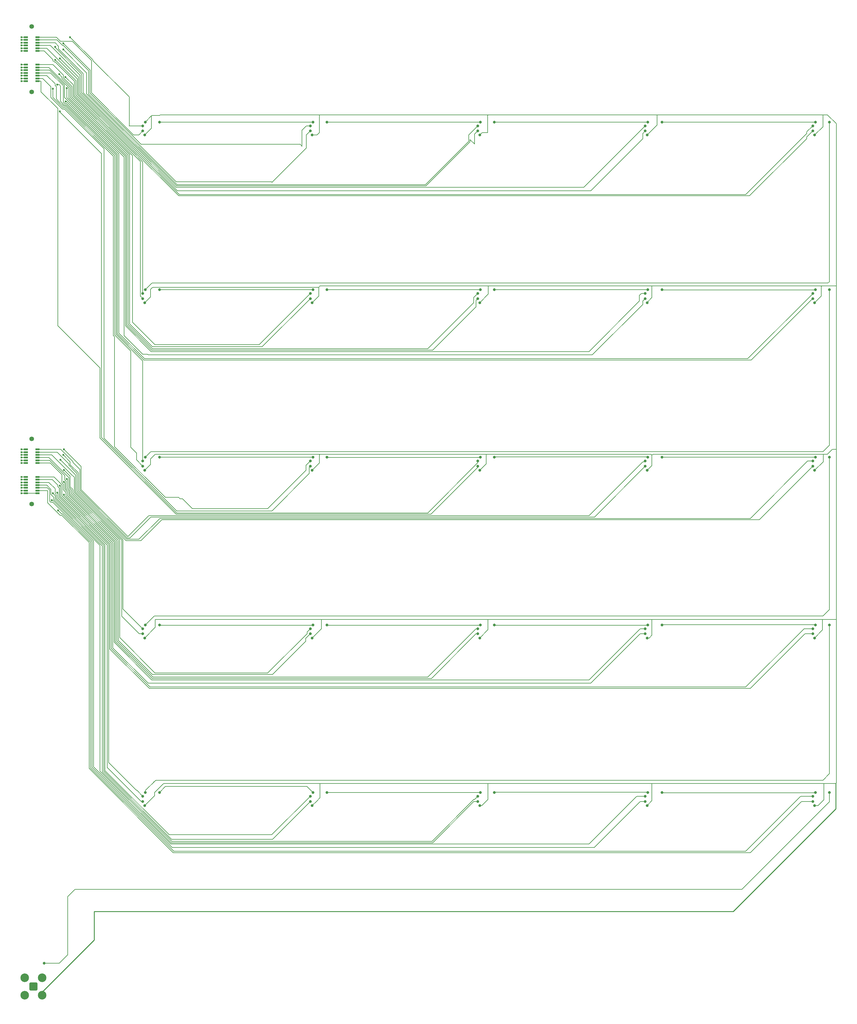
<source format=gbr>
%TF.GenerationSoftware,KiCad,Pcbnew,8.0.2-1*%
%TF.CreationDate,2024-10-14T18:52:49-04:00*%
%TF.ProjectId,OddLayers_1.3mm_SiPM,4f64644c-6179-4657-9273-5f312e336d6d,rev?*%
%TF.SameCoordinates,Original*%
%TF.FileFunction,Copper,L4,Bot*%
%TF.FilePolarity,Positive*%
%FSLAX46Y46*%
G04 Gerber Fmt 4.6, Leading zero omitted, Abs format (unit mm)*
G04 Created by KiCad (PCBNEW 8.0.2-1) date 2024-10-14 18:52:49*
%MOMM*%
%LPD*%
G01*
G04 APERTURE LIST*
G04 Aperture macros list*
%AMRoundRect*
0 Rectangle with rounded corners*
0 $1 Rounding radius*
0 $2 $3 $4 $5 $6 $7 $8 $9 X,Y pos of 4 corners*
0 Add a 4 corners polygon primitive as box body*
4,1,4,$2,$3,$4,$5,$6,$7,$8,$9,$2,$3,0*
0 Add four circle primitives for the rounded corners*
1,1,$1+$1,$2,$3*
1,1,$1+$1,$4,$5*
1,1,$1+$1,$6,$7*
1,1,$1+$1,$8,$9*
0 Add four rect primitives between the rounded corners*
20,1,$1+$1,$2,$3,$4,$5,0*
20,1,$1+$1,$4,$5,$6,$7,0*
20,1,$1+$1,$6,$7,$8,$9,0*
20,1,$1+$1,$8,$9,$2,$3,0*%
G04 Aperture macros list end*
%TA.AperFunction,ComponentPad*%
%ADD10C,0.800000*%
%TD*%
%TA.AperFunction,ComponentPad*%
%ADD11RoundRect,0.200100X0.949900X-0.949900X0.949900X0.949900X-0.949900X0.949900X-0.949900X-0.949900X0*%
%TD*%
%TA.AperFunction,ComponentPad*%
%ADD12C,2.500000*%
%TD*%
%TA.AperFunction,SMDPad,CuDef*%
%ADD13R,1.200000X0.500000*%
%TD*%
%TA.AperFunction,ComponentPad*%
%ADD14C,1.348000*%
%TD*%
%TA.AperFunction,ViaPad*%
%ADD15C,0.600000*%
%TD*%
%TA.AperFunction,ViaPad*%
%ADD16C,0.800000*%
%TD*%
%TA.AperFunction,Conductor*%
%ADD17C,0.200000*%
%TD*%
%TA.AperFunction,Conductor*%
%ADD18C,0.250000*%
%TD*%
G04 APERTURE END LIST*
D10*
%TO.P,REF\u002A\u002A34,5*%
%TO.N,N/C*%
X298300000Y-165900000D03*
%TO.P,REF\u002A\u002A34,6*%
X302400000Y-165900000D03*
%TO.P,REF\u002A\u002A34,7*%
%TO.N,K14*%
X297550000Y-167000000D03*
%TO.P,REF\u002A\u002A34,8*%
%TO.N,A14*%
X297550000Y-168500000D03*
%TO.P,REF\u002A\u002A34,9*%
%TO.N,GND*%
X298100000Y-169700000D03*
%TD*%
%TO.P,REF\u002A\u002A40,5*%
%TO.N,N/C*%
X103100000Y-263500000D03*
%TO.P,REF\u002A\u002A40,6*%
X107200000Y-263500000D03*
%TO.P,REF\u002A\u002A40,7*%
%TO.N,K20*%
X102350000Y-264600000D03*
%TO.P,REF\u002A\u002A40,8*%
%TO.N,A20*%
X102350000Y-266100000D03*
%TO.P,REF\u002A\u002A40,9*%
%TO.N,GND*%
X102900000Y-267300000D03*
%TD*%
%TO.P,REF\u002A\u002A30,5*%
%TO.N,N/C*%
X103100000Y-165900000D03*
%TO.P,REF\u002A\u002A30,6*%
X107200000Y-165900000D03*
%TO.P,REF\u002A\u002A30,7*%
%TO.N,K10*%
X102350000Y-167000000D03*
%TO.P,REF\u002A\u002A30,8*%
%TO.N,A10*%
X102350000Y-168500000D03*
%TO.P,REF\u002A\u002A30,9*%
%TO.N,GND*%
X102900000Y-169700000D03*
%TD*%
%TO.P,REF\u002A\u002A24,5*%
%TO.N,N/C*%
X298300000Y-68300000D03*
%TO.P,REF\u002A\u002A24,6*%
X302400000Y-68300000D03*
%TO.P,REF\u002A\u002A24,7*%
%TO.N,K4*%
X297550000Y-69400000D03*
%TO.P,REF\u002A\u002A24,8*%
%TO.N,A4*%
X297550000Y-70900000D03*
%TO.P,REF\u002A\u002A24,9*%
%TO.N,GND*%
X298100000Y-72100000D03*
%TD*%
%TO.P,REF\u002A\u002A43,5*%
%TO.N,N/C*%
X249500000Y-263500000D03*
%TO.P,REF\u002A\u002A43,6*%
X253600000Y-263500000D03*
%TO.P,REF\u002A\u002A43,7*%
%TO.N,K23*%
X248750000Y-264600000D03*
%TO.P,REF\u002A\u002A43,8*%
%TO.N,A23*%
X248750000Y-266100000D03*
%TO.P,REF\u002A\u002A43,9*%
%TO.N,GND*%
X249300000Y-267300000D03*
%TD*%
%TO.P,REF\u002A\u002A38,5*%
%TO.N,N/C*%
X249500000Y-214700000D03*
%TO.P,REF\u002A\u002A38,6*%
X253600000Y-214700000D03*
%TO.P,REF\u002A\u002A38,7*%
%TO.N,K18*%
X248750000Y-215800000D03*
%TO.P,REF\u002A\u002A38,8*%
%TO.N,A18*%
X248750000Y-217300000D03*
%TO.P,REF\u002A\u002A38,9*%
%TO.N,GND*%
X249300000Y-218500000D03*
%TD*%
%TO.P,REF\u002A\u002A22,5*%
%TO.N,N/C*%
X200700000Y-68300000D03*
%TO.P,REF\u002A\u002A22,6*%
X204800000Y-68300000D03*
%TO.P,REF\u002A\u002A22,7*%
%TO.N,K2*%
X199950000Y-69400000D03*
%TO.P,REF\u002A\u002A22,8*%
%TO.N,A2*%
X199950000Y-70900000D03*
%TO.P,REF\u002A\u002A22,9*%
%TO.N,GND*%
X200500000Y-72100000D03*
%TD*%
%TO.P,REF\u002A\u002A28,5*%
%TO.N,N/C*%
X249500000Y-117100000D03*
%TO.P,REF\u002A\u002A28,6*%
X253600000Y-117100000D03*
%TO.P,REF\u002A\u002A28,7*%
%TO.N,K8*%
X248750000Y-118200000D03*
%TO.P,REF\u002A\u002A28,8*%
%TO.N,A8*%
X248750000Y-119700000D03*
%TO.P,REF\u002A\u002A28,9*%
%TO.N,GND*%
X249300000Y-120900000D03*
%TD*%
%TO.P,REF\u002A\u002A23,5*%
%TO.N,N/C*%
X249500000Y-68300000D03*
%TO.P,REF\u002A\u002A23,6*%
X253600000Y-68300000D03*
%TO.P,REF\u002A\u002A23,7*%
%TO.N,K3*%
X248750000Y-69400000D03*
%TO.P,REF\u002A\u002A23,8*%
%TO.N,A3*%
X248750000Y-70900000D03*
%TO.P,REF\u002A\u002A23,9*%
%TO.N,GND*%
X249300000Y-72100000D03*
%TD*%
%TO.P,REF\u002A\u002A32,5*%
%TO.N,N/C*%
X200700000Y-165900000D03*
%TO.P,REF\u002A\u002A32,6*%
X204800000Y-165900000D03*
%TO.P,REF\u002A\u002A32,7*%
%TO.N,K12*%
X199950000Y-167000000D03*
%TO.P,REF\u002A\u002A32,8*%
%TO.N,A12*%
X199950000Y-168500000D03*
%TO.P,REF\u002A\u002A32,9*%
%TO.N,GND*%
X200500000Y-169700000D03*
%TD*%
%TO.P,REF\u002A\u002A44,5*%
%TO.N,N/C*%
X298300000Y-263500000D03*
%TO.P,REF\u002A\u002A44,6*%
%TO.N,LED_input_after_resistor*%
X302400000Y-263500000D03*
%TO.P,REF\u002A\u002A44,7*%
%TO.N,K24*%
X297550000Y-264600000D03*
%TO.P,REF\u002A\u002A44,8*%
%TO.N,A24*%
X297550000Y-266100000D03*
%TO.P,REF\u002A\u002A44,9*%
%TO.N,GND*%
X298100000Y-267300000D03*
%TD*%
%TO.P,REF\u002A\u002A26,5*%
%TO.N,N/C*%
X151900000Y-117100000D03*
%TO.P,REF\u002A\u002A26,6*%
X156000000Y-117100000D03*
%TO.P,REF\u002A\u002A26,7*%
%TO.N,K6*%
X151150000Y-118200000D03*
%TO.P,REF\u002A\u002A26,8*%
%TO.N,A6*%
X151150000Y-119700000D03*
%TO.P,REF\u002A\u002A26,9*%
%TO.N,GND*%
X151700000Y-120900000D03*
%TD*%
%TO.P,REF\u002A\u002A36,5*%
%TO.N,N/C*%
X151900000Y-214700000D03*
%TO.P,REF\u002A\u002A36,6*%
X156000000Y-214700000D03*
%TO.P,REF\u002A\u002A36,7*%
%TO.N,K16*%
X151150000Y-215800000D03*
%TO.P,REF\u002A\u002A36,8*%
%TO.N,A16*%
X151150000Y-217300000D03*
%TO.P,REF\u002A\u002A36,9*%
%TO.N,GND*%
X151700000Y-218500000D03*
%TD*%
%TO.P,REF\u002A\u002A20,5*%
%TO.N,GND*%
X103100000Y-68300000D03*
%TO.P,REF\u002A\u002A20,6*%
%TO.N,N/C*%
X107200000Y-68300000D03*
%TO.P,REF\u002A\u002A20,7*%
%TO.N,K0*%
X102350000Y-69400000D03*
%TO.P,REF\u002A\u002A20,8*%
%TO.N,A0*%
X102350000Y-70900000D03*
%TO.P,REF\u002A\u002A20,9*%
%TO.N,GND*%
X102900000Y-72100000D03*
%TD*%
%TO.P,REF\u002A\u002A25,5*%
%TO.N,N/C*%
X103100000Y-117100000D03*
%TO.P,REF\u002A\u002A25,6*%
X107200000Y-117100000D03*
%TO.P,REF\u002A\u002A25,7*%
%TO.N,K5*%
X102350000Y-118200000D03*
%TO.P,REF\u002A\u002A25,8*%
%TO.N,A5*%
X102350000Y-119700000D03*
%TO.P,REF\u002A\u002A25,9*%
%TO.N,GND*%
X102900000Y-120900000D03*
%TD*%
%TO.P,REF\u002A\u002A37,5*%
%TO.N,N/C*%
X200700000Y-214700000D03*
%TO.P,REF\u002A\u002A37,6*%
X204800000Y-214700000D03*
%TO.P,REF\u002A\u002A37,7*%
%TO.N,K17*%
X199950000Y-215800000D03*
%TO.P,REF\u002A\u002A37,8*%
%TO.N,A17*%
X199950000Y-217300000D03*
%TO.P,REF\u002A\u002A37,9*%
%TO.N,GND*%
X200500000Y-218500000D03*
%TD*%
%TO.P,REF\u002A\u002A31,5*%
%TO.N,N/C*%
X151900000Y-165900000D03*
%TO.P,REF\u002A\u002A31,6*%
X156000000Y-165900000D03*
%TO.P,REF\u002A\u002A31,7*%
%TO.N,K11*%
X151150000Y-167000000D03*
%TO.P,REF\u002A\u002A31,8*%
%TO.N,A11*%
X151150000Y-168500000D03*
%TO.P,REF\u002A\u002A31,9*%
%TO.N,GND*%
X151700000Y-169700000D03*
%TD*%
%TO.P,REF\u002A\u002A27,5*%
%TO.N,N/C*%
X200700000Y-117100000D03*
%TO.P,REF\u002A\u002A27,6*%
X204800000Y-117100000D03*
%TO.P,REF\u002A\u002A27,7*%
%TO.N,K7*%
X199950000Y-118200000D03*
%TO.P,REF\u002A\u002A27,8*%
%TO.N,A7*%
X199950000Y-119700000D03*
%TO.P,REF\u002A\u002A27,9*%
%TO.N,GND*%
X200500000Y-120900000D03*
%TD*%
%TO.P,REF\u002A\u002A41,5*%
%TO.N,N/C*%
X151900000Y-263500000D03*
%TO.P,REF\u002A\u002A41,6*%
X156000000Y-263500000D03*
%TO.P,REF\u002A\u002A41,7*%
%TO.N,K21*%
X151150000Y-264600000D03*
%TO.P,REF\u002A\u002A41,8*%
%TO.N,A21*%
X151150000Y-266100000D03*
%TO.P,REF\u002A\u002A41,9*%
%TO.N,GND*%
X151700000Y-267300000D03*
%TD*%
%TO.P,REF\u002A\u002A29,5*%
%TO.N,N/C*%
X298300000Y-117100000D03*
%TO.P,REF\u002A\u002A29,6*%
X302400000Y-117100000D03*
%TO.P,REF\u002A\u002A29,7*%
%TO.N,K9*%
X297550000Y-118200000D03*
%TO.P,REF\u002A\u002A29,8*%
%TO.N,A9*%
X297550000Y-119700000D03*
%TO.P,REF\u002A\u002A29,9*%
%TO.N,GND*%
X298100000Y-120900000D03*
%TD*%
D11*
%TO.P,REF\u002A\u002A,1*%
%TO.N,LED_input*%
X70500000Y-320000000D03*
D12*
%TO.P,REF\u002A\u002A,2*%
%TO.N,GND*%
X67960000Y-322540000D03*
X73040000Y-322540000D03*
X67960000Y-317460000D03*
X73040000Y-317460000D03*
%TD*%
D10*
%TO.P,REF\u002A\u002A21,5*%
%TO.N,N/C*%
X151900000Y-68300000D03*
%TO.P,REF\u002A\u002A21,6*%
X156000000Y-68300000D03*
%TO.P,REF\u002A\u002A21,7*%
%TO.N,K1*%
X151150000Y-69400000D03*
%TO.P,REF\u002A\u002A21,8*%
%TO.N,A1*%
X151150000Y-70900000D03*
%TO.P,REF\u002A\u002A21,9*%
%TO.N,GND*%
X151700000Y-72100000D03*
%TD*%
%TO.P,REF\u002A\u002A42,5*%
%TO.N,N/C*%
X200700000Y-263500000D03*
%TO.P,REF\u002A\u002A42,6*%
X204800000Y-263500000D03*
%TO.P,REF\u002A\u002A42,7*%
%TO.N,K22*%
X199950000Y-264600000D03*
%TO.P,REF\u002A\u002A42,8*%
%TO.N,A22*%
X199950000Y-266100000D03*
%TO.P,REF\u002A\u002A42,9*%
%TO.N,GND*%
X200500000Y-267300000D03*
%TD*%
%TO.P,REF\u002A\u002A35,5*%
%TO.N,N/C*%
X103100000Y-214700000D03*
%TO.P,REF\u002A\u002A35,6*%
X107200000Y-214700000D03*
%TO.P,REF\u002A\u002A35,7*%
%TO.N,K15*%
X102350000Y-215800000D03*
%TO.P,REF\u002A\u002A35,8*%
%TO.N,A15*%
X102350000Y-217300000D03*
%TO.P,REF\u002A\u002A35,9*%
%TO.N,GND*%
X102900000Y-218500000D03*
%TD*%
%TO.P,REF\u002A\u002A39,5*%
%TO.N,N/C*%
X298300000Y-214700000D03*
%TO.P,REF\u002A\u002A39,6*%
X302400000Y-214700000D03*
%TO.P,REF\u002A\u002A39,7*%
%TO.N,K19*%
X297550000Y-215800000D03*
%TO.P,REF\u002A\u002A39,8*%
%TO.N,A19*%
X297550000Y-217300000D03*
%TO.P,REF\u002A\u002A39,9*%
%TO.N,GND*%
X298100000Y-218500000D03*
%TD*%
%TO.P,REF\u002A\u002A33,5*%
%TO.N,N/C*%
X249500000Y-165900000D03*
%TO.P,REF\u002A\u002A33,6*%
X253600000Y-165900000D03*
%TO.P,REF\u002A\u002A33,7*%
%TO.N,K13*%
X248750000Y-167000000D03*
%TO.P,REF\u002A\u002A33,8*%
%TO.N,A13*%
X248750000Y-168500000D03*
%TO.P,REF\u002A\u002A33,9*%
%TO.N,GND*%
X249300000Y-169700000D03*
%TD*%
D13*
%TO.P,REF\u002A\u002A,01*%
%TO.N,A0*%
X71700000Y-43600000D03*
%TO.P,REF\u002A\u002A,02*%
%TO.N,K0*%
X68300000Y-43600000D03*
%TO.N,A1*%
X71700000Y-44400000D03*
%TO.P,REF\u002A\u002A,04*%
%TO.N,K1*%
X68300000Y-44400000D03*
%TO.P,REF\u002A\u002A,05*%
%TO.N,A2*%
X71700000Y-45200000D03*
%TO.P,REF\u002A\u002A,06*%
%TO.N,K2*%
X68300000Y-45200000D03*
%TO.P,REF\u002A\u002A,07*%
%TO.N,A3*%
X71700000Y-46000000D03*
%TO.P,REF\u002A\u002A,08*%
%TO.N,K3*%
X68300000Y-46000000D03*
%TO.P,REF\u002A\u002A,09*%
%TO.N,A4*%
X71700000Y-46800000D03*
%TO.P,REF\u002A\u002A,10*%
%TO.N,K4*%
X68300000Y-46800000D03*
%TO.P,REF\u002A\u002A,11*%
%TO.N,A5*%
X71700000Y-47600000D03*
%TO.P,REF\u002A\u002A,12*%
%TO.N,K5*%
X68300000Y-47600000D03*
%TO.P,REF\u002A\u002A,13*%
%TO.N,A6*%
X71700000Y-51600000D03*
%TO.P,REF\u002A\u002A,14*%
%TO.N,K6*%
X68300000Y-51600000D03*
%TO.P,REF\u002A\u002A,15*%
%TO.N,A7*%
X71700000Y-52400000D03*
%TO.P,REF\u002A\u002A,16*%
%TO.N,K7*%
X68300000Y-52400000D03*
%TO.P,REF\u002A\u002A,17*%
%TO.N,A8*%
X71700000Y-53200000D03*
%TO.P,REF\u002A\u002A,18*%
%TO.N,K8*%
X68300000Y-53200000D03*
%TO.P,REF\u002A\u002A,19*%
%TO.N,A9*%
X71700000Y-54000000D03*
%TO.P,REF\u002A\u002A,20*%
%TO.N,K9*%
X68300000Y-54000000D03*
%TO.P,REF\u002A\u002A,21*%
%TO.N,A10*%
X71700000Y-54800000D03*
%TO.P,REF\u002A\u002A,22*%
%TO.N,K10*%
X68300000Y-54800000D03*
%TO.P,REF\u002A\u002A,23*%
%TO.N,A11*%
X71700000Y-55600000D03*
%TO.P,REF\u002A\u002A,24*%
%TO.N,K11*%
X68300000Y-55600000D03*
%TO.P,REF\u002A\u002A,25*%
%TO.N,A12*%
X71700000Y-56400000D03*
%TO.P,REF\u002A\u002A,26*%
%TO.N,K12*%
X68300000Y-56400000D03*
D14*
%TO.P,REF\u002A\u002A,S1*%
%TO.N,N/C*%
X70000000Y-40505000D03*
%TO.P,REF\u002A\u002A,S2*%
X70000000Y-59495000D03*
%TD*%
D13*
%TO.P,REF\u002A\u002A,01*%
%TO.N,A13*%
X71700000Y-163600000D03*
%TO.P,REF\u002A\u002A,02*%
%TO.N,K13*%
X68300000Y-163600000D03*
%TO.N,A14*%
X71700000Y-164400000D03*
%TO.P,REF\u002A\u002A,04*%
%TO.N,K14*%
X68300000Y-164400000D03*
%TO.P,REF\u002A\u002A,05*%
%TO.N,A15*%
X71700000Y-165200000D03*
%TO.P,REF\u002A\u002A,06*%
%TO.N,K15*%
X68300000Y-165200000D03*
%TO.P,REF\u002A\u002A,07*%
%TO.N,A16*%
X71700000Y-166000000D03*
%TO.P,REF\u002A\u002A,08*%
%TO.N,K16*%
X68300000Y-166000000D03*
%TO.P,REF\u002A\u002A,09*%
%TO.N,A17*%
X71700000Y-166800000D03*
%TO.P,REF\u002A\u002A,10*%
%TO.N,K17*%
X68300000Y-166800000D03*
%TO.P,REF\u002A\u002A,11*%
%TO.N,A18*%
X71700000Y-167600000D03*
%TO.P,REF\u002A\u002A,12*%
%TO.N,K18*%
X68300000Y-167600000D03*
%TO.P,REF\u002A\u002A,13*%
%TO.N,A19*%
X71700000Y-171600000D03*
%TO.P,REF\u002A\u002A,14*%
%TO.N,K19*%
X68300000Y-171600000D03*
%TO.P,REF\u002A\u002A,15*%
%TO.N,A20*%
X71700000Y-172400000D03*
%TO.P,REF\u002A\u002A,16*%
%TO.N,K20*%
X68300000Y-172400000D03*
%TO.P,REF\u002A\u002A,17*%
%TO.N,A21*%
X71700000Y-173200000D03*
%TO.P,REF\u002A\u002A,18*%
%TO.N,K21*%
X68300000Y-173200000D03*
%TO.P,REF\u002A\u002A,19*%
%TO.N,A22*%
X71700000Y-174000000D03*
%TO.P,REF\u002A\u002A,20*%
%TO.N,K22*%
X68300000Y-174000000D03*
%TO.P,REF\u002A\u002A,21*%
%TO.N,A23*%
X71700000Y-174800000D03*
%TO.P,REF\u002A\u002A,22*%
%TO.N,K23*%
X68300000Y-174800000D03*
%TO.P,REF\u002A\u002A,23*%
%TO.N,A24*%
X71700000Y-175600000D03*
%TO.P,REF\u002A\u002A,24*%
%TO.N,K24*%
X68300000Y-175600000D03*
%TO.P,REF\u002A\u002A,25*%
%TO.N,GND*%
X71700000Y-176400000D03*
%TO.P,REF\u002A\u002A,26*%
X68300000Y-176400000D03*
D14*
%TO.P,REF\u002A\u002A,S1*%
%TO.N,N/C*%
X70000000Y-160505000D03*
%TO.P,REF\u002A\u002A,S2*%
X70000000Y-179495000D03*
%TD*%
D15*
%TO.N,GND*%
X67000000Y-176400000D03*
%TO.N,K0*%
X67000000Y-43600000D03*
X81200000Y-43600000D03*
%TO.N,K1*%
X79200000Y-45400000D03*
X67000000Y-44400000D03*
%TO.N,K2*%
X67000000Y-45200000D03*
X79200000Y-47200000D03*
%TO.N,K3*%
X67000000Y-46000000D03*
X76800000Y-46400000D03*
%TO.N,K4*%
X67000000Y-46800000D03*
X78200000Y-49800000D03*
%TO.N,K5*%
X67000000Y-47600000D03*
X76800000Y-50200000D03*
%TO.N,K6*%
X67000000Y-51600000D03*
X79800000Y-55200000D03*
%TO.N,K7*%
X67000000Y-52400000D03*
X78000000Y-54400000D03*
%TO.N,K8*%
X80185785Y-58414215D03*
X67000000Y-53200000D03*
%TO.N,K9*%
X67000000Y-54000000D03*
X79881619Y-62318381D03*
%TO.N,K10*%
X77400000Y-57400000D03*
X67000000Y-54800000D03*
%TO.N,K11*%
X76200000Y-58600000D03*
X67000000Y-55600000D03*
%TO.N,K12*%
X78200000Y-65200000D03*
X67000000Y-56400000D03*
%TO.N,K14*%
X79200000Y-165200000D03*
X67000000Y-164400000D03*
%TO.N,K13*%
X79400000Y-163600000D03*
X67000000Y-163600000D03*
%TO.N,K15*%
X67000000Y-165200000D03*
X78400000Y-166600000D03*
%TO.N,K16*%
X79407108Y-169592892D03*
X67000000Y-166000000D03*
%TO.N,K17*%
X67000000Y-166800000D03*
X80200000Y-172200000D03*
%TO.N,K18*%
X67000000Y-167600000D03*
X79351471Y-173048529D03*
%TO.N,K19*%
X79400000Y-176800000D03*
X67000000Y-171600000D03*
%TO.N,K20*%
X67000000Y-172400000D03*
X78200000Y-174200000D03*
%TO.N,K21*%
X67000000Y-173200000D03*
X77400000Y-176200000D03*
%TO.N,K22*%
X76200000Y-176400000D03*
X67000000Y-174000000D03*
%TO.N,K23*%
X67000000Y-174800000D03*
X75800000Y-178400000D03*
%TO.N,K24*%
X77654661Y-181345340D03*
X67000000Y-175600000D03*
D16*
%TO.N,LED_input_after_resistor*%
X73600000Y-313200000D03*
%TD*%
D17*
%TO.N,*%
X104700000Y-164300000D02*
X103100000Y-165900000D01*
X151900000Y-117100000D02*
X107200000Y-117100000D01*
X156000000Y-263500000D02*
X200700000Y-263500000D01*
X107200000Y-214700000D02*
X107300000Y-214800000D01*
X204900000Y-263400000D02*
X249400000Y-263400000D01*
X151900000Y-165900000D02*
X107200000Y-165900000D01*
X253600000Y-68300000D02*
X298300000Y-68300000D01*
X253700000Y-214600000D02*
X298200000Y-214600000D01*
X156000000Y-68300000D02*
X200700000Y-68300000D01*
X156100000Y-214800000D02*
X200600000Y-214800000D01*
X253600000Y-165900000D02*
X298300000Y-165900000D01*
X253700000Y-263600000D02*
X298200000Y-263600000D01*
X204800000Y-68300000D02*
X249500000Y-68300000D01*
X204800000Y-263500000D02*
X204900000Y-263400000D01*
X249400000Y-263400000D02*
X249500000Y-263500000D01*
X103100000Y-262900000D02*
X106100000Y-259900000D01*
X253600000Y-117100000D02*
X253700000Y-117200000D01*
X300500000Y-164300000D02*
X104700000Y-164300000D01*
X156000000Y-117100000D02*
X200700000Y-117100000D01*
X302400000Y-117100000D02*
X302400000Y-162400000D01*
X105000000Y-115200000D02*
X103100000Y-117100000D01*
X200600000Y-214800000D02*
X200700000Y-214700000D01*
X150150000Y-261750000D02*
X151900000Y-263500000D01*
X302400000Y-114800000D02*
X302000000Y-115200000D01*
X249400000Y-214800000D02*
X249500000Y-214700000D01*
X302400000Y-68300000D02*
X302400000Y-114800000D01*
X249500000Y-117100000D02*
X204800000Y-117100000D01*
X204900000Y-214800000D02*
X249400000Y-214800000D01*
X302000000Y-115200000D02*
X105000000Y-115200000D01*
X151800000Y-214800000D02*
X151900000Y-214700000D01*
X302400000Y-210200000D02*
X300500000Y-212100000D01*
X108950000Y-261750000D02*
X150150000Y-261750000D01*
X204900000Y-165800000D02*
X249400000Y-165800000D01*
X249400000Y-165800000D02*
X249500000Y-165900000D01*
X302400000Y-258000000D02*
X300500000Y-259900000D01*
X106100000Y-259900000D02*
X105350000Y-260650000D01*
X298200000Y-214600000D02*
X298300000Y-214700000D01*
X107300000Y-214800000D02*
X151800000Y-214800000D01*
X105700000Y-212100000D02*
X103100000Y-214700000D01*
X298200000Y-263600000D02*
X298300000Y-263500000D01*
X298200000Y-117200000D02*
X298300000Y-117100000D01*
X253700000Y-117200000D02*
X298200000Y-117200000D01*
X302400000Y-162400000D02*
X300500000Y-164300000D01*
X103100000Y-263500000D02*
X103100000Y-262900000D01*
X156000000Y-214700000D02*
X156100000Y-214800000D01*
X302400000Y-214700000D02*
X302400000Y-258000000D01*
X302400000Y-165900000D02*
X302400000Y-210200000D01*
X107200000Y-263500000D02*
X108950000Y-261750000D01*
X300500000Y-212100000D02*
X105700000Y-212100000D01*
X253600000Y-214700000D02*
X253700000Y-214600000D01*
X156000000Y-165900000D02*
X156100000Y-166000000D01*
X200600000Y-166000000D02*
X200700000Y-165900000D01*
X107200000Y-68300000D02*
X151900000Y-68300000D01*
X156100000Y-166000000D02*
X200600000Y-166000000D01*
X204800000Y-165900000D02*
X204900000Y-165800000D01*
X204800000Y-214700000D02*
X204900000Y-214800000D01*
X300500000Y-259900000D02*
X106100000Y-259900000D01*
%TO.N,GND*%
X105800000Y-263500000D02*
X108400000Y-260900000D01*
X201100000Y-267300000D02*
X202900000Y-265500000D01*
X300200000Y-116000000D02*
X250700000Y-116000000D01*
X249300000Y-169700000D02*
X250700000Y-168300000D01*
X300600000Y-167200000D02*
X300600000Y-165000000D01*
X250700000Y-265900000D02*
X250700000Y-265500000D01*
X104600000Y-118800000D02*
X104600000Y-119000000D01*
X304400000Y-116000000D02*
X304400000Y-117600000D01*
X250900000Y-213100000D02*
X202900000Y-213100000D01*
X153000000Y-266000000D02*
X154000000Y-265000000D01*
X152450000Y-217750000D02*
X151700000Y-218500000D01*
D18*
X88200000Y-306400000D02*
X88200000Y-298100000D01*
D17*
X203000000Y-118400000D02*
X200500000Y-120900000D01*
X153600000Y-119000000D02*
X153600000Y-116400000D01*
X203000000Y-116000000D02*
X203000000Y-118400000D01*
X252200000Y-66200000D02*
X300500000Y-66200000D01*
X304400000Y-163600000D02*
X303200000Y-163600000D01*
X153000000Y-266000000D02*
X151700000Y-267300000D01*
X250700000Y-213100000D02*
X300400000Y-213100000D01*
X202850000Y-71400000D02*
X201200000Y-71400000D01*
X68300000Y-176400000D02*
X67000000Y-176400000D01*
X153100000Y-72100000D02*
X153800000Y-71400000D01*
X300500000Y-69700000D02*
X300500000Y-66200000D01*
X200500000Y-267300000D02*
X201100000Y-267300000D01*
X151700000Y-120900000D02*
X153600000Y-119000000D01*
X250400000Y-165000000D02*
X202400000Y-165000000D01*
X300200000Y-116000000D02*
X300000000Y-116200000D01*
X104600000Y-117000000D02*
X104600000Y-118200000D01*
X250700000Y-168300000D02*
X250700000Y-165300000D01*
X304400000Y-163600000D02*
X304400000Y-260689950D01*
X104900000Y-66500000D02*
X104900000Y-70100000D01*
X68000000Y-176400000D02*
X71700000Y-176400000D01*
X202900000Y-260900000D02*
X202900000Y-265500000D01*
X298100000Y-267300000D02*
X299100000Y-267300000D01*
X153600000Y-116400000D02*
X105200000Y-116400000D01*
X104900000Y-66500000D02*
X103100000Y-68300000D01*
X153800000Y-66200000D02*
X203000000Y-66200000D01*
X249300000Y-120800000D02*
X250700000Y-119400000D01*
X102900000Y-120900000D02*
X104600000Y-119200000D01*
X300800000Y-260900000D02*
X298700000Y-260900000D01*
X202400000Y-167800000D02*
X202400000Y-165000000D01*
X251000000Y-165000000D02*
X250700000Y-165300000D01*
X304275000Y-261000000D02*
X304175000Y-260900000D01*
X250900000Y-260900000D02*
X202900000Y-260900000D01*
X300000000Y-116200000D02*
X300000000Y-119000000D01*
X104600000Y-119200000D02*
X104600000Y-118200000D01*
X203000000Y-66200000D02*
X252200000Y-66200000D01*
X249300000Y-218500000D02*
X249900000Y-218500000D01*
X104600000Y-166400000D02*
X104600000Y-168000000D01*
X304175000Y-260900000D02*
X300800000Y-260900000D01*
X298700000Y-260900000D02*
X250700000Y-260900000D01*
X155300000Y-213100000D02*
X106000000Y-213100000D01*
X105200000Y-116400000D02*
X104600000Y-117000000D01*
X102900000Y-267300000D02*
X105800000Y-264400000D01*
X154000000Y-260900000D02*
X203100000Y-260900000D01*
X249300000Y-120900000D02*
X249300000Y-120800000D01*
X107200000Y-66400000D02*
X107400000Y-66200000D01*
X201200000Y-71400000D02*
X200500000Y-72100000D01*
D18*
X274400000Y-298100000D02*
X304275000Y-268225000D01*
D17*
X300400000Y-216200000D02*
X300400000Y-213100000D01*
X104600000Y-118200000D02*
X104600000Y-118800000D01*
X298100000Y-169700000D02*
X300600000Y-167200000D01*
X153800000Y-71400000D02*
X153800000Y-66200000D01*
X249900000Y-218500000D02*
X250700000Y-217700000D01*
X154000000Y-265000000D02*
X154000000Y-260900000D01*
X155000000Y-165000000D02*
X106000000Y-165000000D01*
X203100000Y-213100000D02*
X154400000Y-213100000D01*
X154000000Y-116000000D02*
X153600000Y-116400000D01*
X250700000Y-260900000D02*
X250700000Y-265500000D01*
X299100000Y-267300000D02*
X300800000Y-265600000D01*
X107400000Y-66200000D02*
X153800000Y-66200000D01*
X301800000Y-165000000D02*
X251000000Y-165000000D01*
X202900000Y-216100000D02*
X200500000Y-218500000D01*
X250700000Y-165300000D02*
X250400000Y-165000000D01*
X154000000Y-165000000D02*
X153800000Y-165200000D01*
X304400000Y-260689950D02*
X304275000Y-260814950D01*
X105000000Y-66400000D02*
X107200000Y-66400000D01*
X104900000Y-66500000D02*
X105000000Y-66400000D01*
X252200000Y-69200000D02*
X252200000Y-66200000D01*
X304400000Y-117600000D02*
X304400000Y-163600000D01*
X154400000Y-213100000D02*
X154400000Y-215800000D01*
X300800000Y-265600000D02*
X300800000Y-260900000D01*
X202850000Y-66350000D02*
X203000000Y-66200000D01*
X104900000Y-70100000D02*
X102900000Y-72100000D01*
X249300000Y-267300000D02*
X250700000Y-265900000D01*
X201300000Y-168900000D02*
X202400000Y-167800000D01*
X151700000Y-72100000D02*
X153100000Y-72100000D01*
X300000000Y-119000000D02*
X298100000Y-120900000D01*
X154400000Y-215800000D02*
X152450000Y-217750000D01*
X153800000Y-167600000D02*
X151700000Y-169700000D01*
X202400000Y-165000000D02*
X154000000Y-165000000D01*
X304400000Y-68800000D02*
X304400000Y-116000000D01*
X153800000Y-165200000D02*
X153800000Y-167600000D01*
X104600000Y-168000000D02*
X102900000Y-169700000D01*
X201300000Y-168900000D02*
X200500000Y-169700000D01*
X106000000Y-165000000D02*
X104600000Y-166400000D01*
X249300000Y-72100000D02*
X252200000Y-69200000D01*
X250700000Y-217700000D02*
X250700000Y-213100000D01*
X250700000Y-116000000D02*
X203000000Y-116000000D01*
D18*
X304275000Y-268225000D02*
X304275000Y-260814950D01*
D17*
X106000000Y-213100000D02*
X106000000Y-215400000D01*
D18*
X88200000Y-298100000D02*
X274400000Y-298100000D01*
D17*
X304400000Y-116000000D02*
X300200000Y-116000000D01*
X301800000Y-66200000D02*
X304400000Y-68800000D01*
X202900000Y-213100000D02*
X202900000Y-216100000D01*
X105800000Y-264400000D02*
X105800000Y-263500000D01*
X203000000Y-116000000D02*
X154000000Y-116000000D01*
X202850000Y-71400000D02*
X202850000Y-66350000D01*
X250700000Y-119400000D02*
X250700000Y-116000000D01*
X300500000Y-66200000D02*
X301800000Y-66200000D01*
X298100000Y-72100000D02*
X300500000Y-69700000D01*
X304400000Y-213100000D02*
X300400000Y-213100000D01*
X298100000Y-218500000D02*
X300400000Y-216200000D01*
X108400000Y-260900000D02*
X155300000Y-260900000D01*
D18*
X72600000Y-322000000D02*
X88200000Y-306400000D01*
D17*
X303200000Y-163600000D02*
X301800000Y-165000000D01*
X106000000Y-215400000D02*
X102900000Y-218500000D01*
%TO.N,K0*%
X87850000Y-50250000D02*
X87850000Y-50450000D01*
X98400000Y-61000000D02*
X98400000Y-69400000D01*
X67000000Y-43600000D02*
X68300000Y-43600000D01*
X87850000Y-50450000D02*
X98400000Y-61000000D01*
X81200000Y-43600000D02*
X87850000Y-50250000D01*
X98350000Y-69400000D02*
X102350000Y-69400000D01*
%TO.N,A0*%
X77200000Y-43600000D02*
X71700000Y-43600000D01*
X81800000Y-44800000D02*
X78400000Y-44800000D01*
X87400000Y-59800000D02*
X87400000Y-50400000D01*
X101200000Y-72050000D02*
X99650000Y-72050000D01*
X102350000Y-70900000D02*
X101200000Y-72050000D01*
X99650000Y-72050000D02*
X87400000Y-59800000D01*
X78400000Y-44800000D02*
X77200000Y-43600000D01*
X87400000Y-50400000D02*
X81800000Y-44800000D01*
%TO.N,K1*%
X87000000Y-53200000D02*
X79200000Y-45400000D01*
X151150000Y-69400000D02*
X150000000Y-69400000D01*
X101834314Y-74800000D02*
X87000000Y-59965686D01*
X148725000Y-75325000D02*
X148200000Y-74800000D01*
X150000000Y-69400000D02*
X148725000Y-70675000D01*
X87000000Y-59965686D02*
X87000000Y-53200000D01*
X148200000Y-74800000D02*
X101834314Y-74800000D01*
X67000000Y-44400000D02*
X68300000Y-44400000D01*
X148725000Y-70675000D02*
X148725000Y-75325000D01*
%TO.N,A1*%
X86600000Y-53365686D02*
X79234314Y-46000000D01*
X79234314Y-46000000D02*
X78951471Y-46000000D01*
X78951471Y-46000000D02*
X77351471Y-44400000D01*
X139800000Y-85700000D02*
X112100000Y-85700000D01*
X140000000Y-85900000D02*
X139800000Y-85700000D01*
X150000000Y-75900000D02*
X140000000Y-85900000D01*
X77351471Y-44400000D02*
X71700000Y-44400000D01*
X112100000Y-85700000D02*
X86600000Y-60200000D01*
X150000000Y-72050000D02*
X150000000Y-75900000D01*
X151150000Y-70900000D02*
X150000000Y-72050000D01*
X86600000Y-60200000D02*
X86600000Y-53365686D01*
%TO.N,K2*%
X184700000Y-86500000D02*
X112334314Y-86500000D01*
X112334314Y-86500000D02*
X86000000Y-60165686D01*
X68300000Y-45200000D02*
X67000000Y-45200000D01*
X86000000Y-60165686D02*
X86000000Y-54000000D01*
X86000000Y-54000000D02*
X79200000Y-47200000D01*
X197300000Y-73900000D02*
X184700000Y-86500000D01*
X199950000Y-69400000D02*
X197300000Y-72050000D01*
X197300000Y-72050000D02*
X197300000Y-73900000D01*
%TO.N,A2*%
X199950000Y-70900000D02*
X199000000Y-71850000D01*
X77800000Y-46200000D02*
X76800000Y-45200000D01*
X85000000Y-59800000D02*
X85000000Y-54200000D01*
X199000000Y-74700000D02*
X197700000Y-73400000D01*
X85000000Y-54200000D02*
X77800000Y-47000000D01*
X100037258Y-74837258D02*
X85000000Y-59800000D01*
X197700000Y-74065686D02*
X184865686Y-86900000D01*
X199000000Y-71850000D02*
X199000000Y-74700000D01*
X76800000Y-45200000D02*
X71700000Y-45200000D01*
X184865686Y-86900000D02*
X112168628Y-86900000D01*
X100105886Y-74837258D02*
X100037258Y-74837258D01*
X197700000Y-73400000D02*
X197700000Y-74065686D01*
X77800000Y-47000000D02*
X77800000Y-46200000D01*
X112168628Y-86900000D02*
X100105886Y-74837258D01*
%TO.N,K3*%
X99940200Y-75237258D02*
X112002942Y-87300000D01*
X112002942Y-87300000D02*
X230850000Y-87300000D01*
X99871572Y-75237258D02*
X99940200Y-75237258D01*
X76800000Y-46400000D02*
X76800000Y-46600000D01*
X67000000Y-46000000D02*
X68300000Y-46000000D01*
X84451470Y-59817156D02*
X99871572Y-75237258D01*
X84451470Y-54251470D02*
X84451470Y-59817156D01*
X76800000Y-46600000D02*
X84451470Y-54251470D01*
X230850000Y-87300000D02*
X248750000Y-69400000D01*
%TO.N,A3*%
X99774514Y-75637258D02*
X99705886Y-75637258D01*
X232900000Y-88300000D02*
X112437256Y-88300000D01*
X84051470Y-54651470D02*
X75400000Y-46000000D01*
X248750000Y-70900000D02*
X248000000Y-71650000D01*
X112437256Y-88300000D02*
X99774514Y-75637258D01*
X75400000Y-46000000D02*
X71700000Y-46000000D01*
X99705886Y-75637258D02*
X84051470Y-59982842D01*
X248000000Y-73200000D02*
X232900000Y-88300000D01*
X84051470Y-59982842D02*
X84051470Y-54651470D01*
X248000000Y-71650000D02*
X248000000Y-73200000D01*
%TO.N,K4*%
X295750000Y-71650000D02*
X278000000Y-89400000D01*
X112971570Y-89400000D02*
X99608828Y-76037258D01*
X99608828Y-76037258D02*
X99540200Y-76037258D01*
X83651470Y-60148528D02*
X83651470Y-55251470D01*
X295800000Y-71650000D02*
X295750000Y-71650000D01*
X83651470Y-55251470D02*
X78200000Y-49800000D01*
X278000000Y-89400000D02*
X112971570Y-89400000D01*
X99540200Y-76037258D02*
X83651470Y-60148528D01*
X297550000Y-69400000D02*
X295800000Y-71150000D01*
X295800000Y-71150000D02*
X295800000Y-71650000D01*
X67000000Y-46800000D02*
X68300000Y-46800000D01*
%TO.N,A4*%
X297550000Y-70900000D02*
X295800000Y-72650000D01*
X99443142Y-76437258D02*
X99374514Y-76437258D01*
X112805884Y-89800000D02*
X99443142Y-76437258D01*
X74351471Y-46800000D02*
X71700000Y-46800000D01*
X83251470Y-60314214D02*
X83251470Y-55699999D01*
X99374514Y-76437258D02*
X83251470Y-60314214D01*
X295800000Y-73150000D02*
X279150000Y-89800000D01*
X83251470Y-55699999D02*
X74351471Y-46800000D01*
X279150000Y-89800000D02*
X112805884Y-89800000D01*
X295800000Y-72650000D02*
X295800000Y-73150000D01*
%TO.N,K5*%
X99277456Y-76837258D02*
X102350000Y-79909802D01*
X82851470Y-56251470D02*
X82851470Y-60479900D01*
X102350000Y-79909802D02*
X102350000Y-118200000D01*
X67000000Y-47600000D02*
X68300000Y-47600000D01*
X76800000Y-50200000D02*
X82851470Y-56251470D01*
X99208828Y-76837258D02*
X99277456Y-76837258D01*
X82851470Y-60479900D02*
X99208828Y-76837258D01*
%TO.N,A5*%
X101650000Y-79775488D02*
X99111770Y-77237258D01*
X76200000Y-50448529D02*
X76200000Y-50165686D01*
X102350000Y-119700000D02*
X101650000Y-119000000D01*
X73634314Y-47600000D02*
X71700000Y-47600000D01*
X82451470Y-60645586D02*
X82451470Y-56417156D01*
X99043142Y-77237258D02*
X82451470Y-60645586D01*
X76551471Y-50800000D02*
X76200000Y-50448529D01*
X82451470Y-56417156D02*
X76834314Y-50800000D01*
X76834314Y-50800000D02*
X76551471Y-50800000D01*
X101650000Y-119000000D02*
X101650000Y-79775488D01*
X99111770Y-77237258D02*
X99043142Y-77237258D01*
X76200000Y-50165686D02*
X73634314Y-47600000D01*
%TO.N,K6*%
X99390686Y-78081860D02*
X98946084Y-77637258D01*
X98946084Y-77637258D02*
X98877456Y-77637258D01*
X136300000Y-133100000D02*
X105900000Y-133100000D01*
X99390686Y-126590686D02*
X99390686Y-78081860D01*
X67000000Y-51600000D02*
X68300000Y-51600000D01*
X105900000Y-133100000D02*
X99390686Y-126590686D01*
X151175000Y-118225000D02*
X136300000Y-133100000D01*
X82051470Y-60811272D02*
X82051470Y-57451470D01*
X82051470Y-57451470D02*
X79800000Y-55200000D01*
X98877456Y-77637258D02*
X82051470Y-60811272D01*
%TO.N,A6*%
X105100000Y-133700000D02*
X98500000Y-127100000D01*
X79200000Y-54600000D02*
X76200000Y-51600000D01*
X71700000Y-51600000D02*
X76200000Y-51600000D01*
X151150000Y-119700000D02*
X137150000Y-133700000D01*
X81651470Y-57899999D02*
X79200000Y-55448529D01*
X98500000Y-127100000D02*
X98500000Y-77825488D01*
X98500000Y-77825488D02*
X81651470Y-60976958D01*
X137150000Y-133700000D02*
X105100000Y-133700000D01*
X81651470Y-60976958D02*
X81651470Y-57899999D01*
X79200000Y-55448529D02*
X79200000Y-54600000D01*
%TO.N,K7*%
X198725000Y-119425000D02*
X198725000Y-120925000D01*
X81251470Y-61142644D02*
X81251470Y-58065685D01*
X98100000Y-127265686D02*
X98100000Y-77991174D01*
X67000000Y-52400000D02*
X68300000Y-52400000D01*
X81251470Y-58065685D02*
X78800000Y-55614215D01*
X98100000Y-77991174D02*
X81251470Y-61142644D01*
X78800000Y-55200000D02*
X78000000Y-54400000D01*
X199950000Y-118200000D02*
X198725000Y-119425000D01*
X198725000Y-120925000D02*
X185350000Y-134300000D01*
X105134314Y-134300000D02*
X98100000Y-127265686D01*
X78800000Y-55614215D02*
X78800000Y-55200000D01*
X185350000Y-134300000D02*
X105134314Y-134300000D01*
%TO.N,A7*%
X97700000Y-127431372D02*
X97700000Y-78156860D01*
X80851470Y-58231371D02*
X75020099Y-52400000D01*
X199400000Y-120250000D02*
X199400000Y-122100000D01*
X104968628Y-134700000D02*
X97700000Y-127431372D01*
X80851470Y-61308330D02*
X80851470Y-58231371D01*
X199950000Y-119700000D02*
X199400000Y-120250000D01*
X75020099Y-52400000D02*
X71700000Y-52400000D01*
X97700000Y-78156860D02*
X80851470Y-61308330D01*
X199400000Y-122100000D02*
X186800000Y-134700000D01*
X186800000Y-134700000D02*
X104968628Y-134700000D01*
%TO.N,K8*%
X97300000Y-78322546D02*
X80185785Y-61208331D01*
X80185785Y-61208331D02*
X80185785Y-58414215D01*
X248750000Y-118200000D02*
X247600000Y-118200000D01*
X104802942Y-135100000D02*
X104568628Y-134865685D01*
X247600000Y-118200000D02*
X247000000Y-118800000D01*
X104568628Y-134865685D02*
X97300000Y-127597058D01*
X247000000Y-120450000D02*
X232350000Y-135100000D01*
X67000000Y-53200000D02*
X68300000Y-53200000D01*
X247000000Y-118800000D02*
X247000000Y-120450000D01*
X97300000Y-127597058D02*
X97300000Y-78322546D01*
X232350000Y-135100000D02*
X104802942Y-135100000D01*
%TO.N,A8*%
X248000000Y-120450000D02*
X248000000Y-121400000D01*
X79585785Y-61174017D02*
X79585785Y-57531372D01*
X233300000Y-136100000D02*
X103900000Y-136100000D01*
X248750000Y-119700000D02*
X248000000Y-120450000D01*
X96900000Y-78488232D02*
X79585785Y-61174017D01*
X103700000Y-135900000D02*
X102300000Y-135900000D01*
X79585785Y-57531372D02*
X75254413Y-53200000D01*
X102300000Y-135900000D02*
X96900000Y-130500000D01*
X248000000Y-121400000D02*
X233300000Y-136100000D01*
X96900000Y-130500000D02*
X96900000Y-78488232D01*
X71700000Y-53200000D02*
X75254413Y-53200000D01*
X103900000Y-136100000D02*
X103700000Y-135900000D01*
%TO.N,K9*%
X95400000Y-129800000D02*
X102800000Y-137200000D01*
X79881619Y-62318381D02*
X80164463Y-62318381D01*
X95400000Y-77553918D02*
X95400000Y-129800000D01*
X102800000Y-137200000D02*
X278600000Y-137200000D01*
X278600000Y-137200000D02*
X297550000Y-118250000D01*
X80164463Y-62318381D02*
X95400000Y-77553918D01*
X67000000Y-54000000D02*
X68300000Y-54000000D01*
X297550000Y-118250000D02*
X297550000Y-118200000D01*
%TO.N,A9*%
X80164462Y-62884066D02*
X80130148Y-62918381D01*
X79633090Y-62918381D02*
X79185785Y-62471076D01*
X80130148Y-62918381D02*
X79633090Y-62918381D01*
X279600000Y-137600000D02*
X102634314Y-137600000D01*
X79185785Y-57697058D02*
X75488727Y-54000000D01*
X79185785Y-62471076D02*
X79185785Y-57697058D01*
X95000000Y-77719604D02*
X80164462Y-62884066D01*
X102634314Y-137600000D02*
X95000000Y-129965686D01*
X297550000Y-119700000D02*
X297500000Y-119700000D01*
X95000000Y-129965686D02*
X95000000Y-77719604D01*
X297500000Y-119700000D02*
X279600000Y-137600000D01*
X75488727Y-54000000D02*
X71700000Y-54000000D01*
%TO.N,A10*%
X71700000Y-54800000D02*
X74400000Y-54800000D01*
X98875000Y-163025000D02*
X98875000Y-134972058D01*
X100525000Y-164675000D02*
X98875000Y-163025000D01*
X77800000Y-62200000D02*
X77151471Y-61551471D01*
X94200000Y-78050976D02*
X79867406Y-63718382D01*
X98875000Y-134972058D02*
X94200000Y-130297058D01*
X77151471Y-58000000D02*
X76800000Y-57648529D01*
X77151471Y-61551471D02*
X77151471Y-58000000D01*
X79301719Y-63718382D02*
X77800000Y-62216663D01*
X102350000Y-168500000D02*
X100525000Y-166675000D01*
X76800000Y-57200000D02*
X74400000Y-54800000D01*
X79867406Y-63718382D02*
X79301719Y-63718382D01*
X94200000Y-130297058D02*
X94200000Y-78050976D01*
X77800000Y-62216663D02*
X77800000Y-62200000D01*
X76800000Y-57648529D02*
X76800000Y-57200000D01*
X100525000Y-166675000D02*
X100525000Y-164675000D01*
%TO.N,K10*%
X94600000Y-130131372D02*
X102350000Y-137881372D01*
X78000000Y-57400000D02*
X78400000Y-57800000D01*
X77400000Y-57400000D02*
X78000000Y-57400000D01*
X78400000Y-57800000D02*
X78400000Y-62250977D01*
X78400000Y-62250977D02*
X79467405Y-63318382D01*
X102350000Y-137881372D02*
X102350000Y-167000000D01*
X94600000Y-77885290D02*
X94600000Y-130131372D01*
X79467405Y-63318382D02*
X80033092Y-63318382D01*
X80033092Y-63318382D02*
X94600000Y-77885290D01*
X67000000Y-54800000D02*
X68300000Y-54800000D01*
%TO.N,A11*%
X78970347Y-64518382D02*
X75600000Y-61148035D01*
X91100000Y-76082348D02*
X79536034Y-64518382D01*
X71700000Y-55600000D02*
X73200000Y-55600000D01*
X75600000Y-58000000D02*
X73200000Y-55600000D01*
X151150000Y-168500000D02*
X150850000Y-168800000D01*
X112234314Y-181500000D02*
X91100000Y-160365686D01*
X75600000Y-61148035D02*
X75600000Y-58000000D01*
X150850000Y-170650000D02*
X140000000Y-181500000D01*
X140000000Y-181500000D02*
X112234314Y-181500000D01*
X79536034Y-64518382D02*
X78970347Y-64518382D01*
X150850000Y-168800000D02*
X150850000Y-170650000D01*
X91100000Y-160365686D02*
X91100000Y-76082348D01*
%TO.N,K11*%
X113200000Y-178000000D02*
X112800000Y-177600000D01*
X67000000Y-55600000D02*
X68300000Y-55600000D01*
X93800000Y-78216662D02*
X79701720Y-64118382D01*
X149925000Y-168225000D02*
X149925000Y-169725000D01*
X151150000Y-167000000D02*
X149925000Y-168225000D01*
X94100000Y-130762744D02*
X93800000Y-130462744D01*
X149925000Y-169725000D02*
X138750000Y-180900000D01*
X112800000Y-177600000D02*
X108900000Y-177600000D01*
X108900000Y-177600000D02*
X94100000Y-162800000D01*
X79701720Y-64118382D02*
X79136033Y-64118382D01*
X76200000Y-61182349D02*
X76200000Y-58600000D01*
X113900000Y-178000000D02*
X113200000Y-178000000D01*
X93800000Y-130462744D02*
X93800000Y-78216662D01*
X79136033Y-64118382D02*
X76200000Y-61182349D01*
X94100000Y-162800000D02*
X94100000Y-130762744D01*
X116800000Y-180900000D02*
X113900000Y-178000000D01*
X138750000Y-180900000D02*
X116800000Y-180900000D01*
%TO.N,A12*%
X112102943Y-182500000D02*
X89900000Y-160297057D01*
X77600000Y-64400000D02*
X77600000Y-64800000D01*
X72700000Y-59500000D02*
X77600000Y-64400000D01*
X199950000Y-168500000D02*
X199950000Y-168850000D01*
X71700000Y-56400000D02*
X72700000Y-56400000D01*
X72700000Y-56400000D02*
X72700000Y-59500000D01*
X89900000Y-160297057D02*
X89900000Y-139900000D01*
X89900000Y-139900000D02*
X77600000Y-127600000D01*
X199950000Y-168850000D02*
X186300000Y-182500000D01*
X77600000Y-64800000D02*
X77600000Y-64300000D01*
X186300000Y-182500000D02*
X112102943Y-182500000D01*
X77600000Y-127600000D02*
X77600000Y-64800000D01*
%TO.N,K12*%
X90300000Y-77451472D02*
X78200000Y-65351472D01*
X90300000Y-137300000D02*
X90300000Y-77451472D01*
X199950000Y-167000000D02*
X199950000Y-167500000D01*
X112268629Y-182100000D02*
X90300000Y-160131371D01*
X67000000Y-56400000D02*
X68300000Y-56400000D01*
X90300000Y-160131371D02*
X90300000Y-137300000D01*
X185350000Y-182100000D02*
X112268629Y-182100000D01*
X78200000Y-65351472D02*
X78200000Y-65200000D01*
X199950000Y-167500000D02*
X185350000Y-182100000D01*
%TO.N,K14*%
X81200000Y-167200000D02*
X81200000Y-168034314D01*
X81200000Y-168034314D02*
X83600000Y-170434314D01*
X97687257Y-189781371D02*
X101218629Y-189781371D01*
X79200000Y-165200000D02*
X81200000Y-167200000D01*
X107300000Y-183700000D02*
X279350000Y-183700000D01*
X67000000Y-164400000D02*
X68300000Y-164400000D01*
X279350000Y-183700000D02*
X296050000Y-167000000D01*
X97400000Y-189494115D02*
X97687257Y-189781371D01*
X296050000Y-167000000D02*
X297550000Y-167000000D01*
X83600000Y-170434314D02*
X83600000Y-175694115D01*
X83600000Y-175694115D02*
X97400000Y-189494115D01*
X101218629Y-189781371D02*
X107300000Y-183700000D01*
%TO.N,A14*%
X83200000Y-170600000D02*
X82000000Y-169400000D01*
X71700000Y-164400000D02*
X77400000Y-164400000D01*
X80800000Y-168200000D02*
X82200000Y-169600000D01*
X281950000Y-184100000D02*
X107900000Y-184100000D01*
X80800000Y-167800000D02*
X80800000Y-168200000D01*
X83200000Y-175859801D02*
X83200000Y-170600000D01*
X101818629Y-190181371D02*
X97521570Y-190181371D01*
X107900000Y-184100000D02*
X101818629Y-190181371D01*
X77400000Y-164400000D02*
X80800000Y-167800000D01*
X297550000Y-168500000D02*
X281950000Y-184100000D01*
X97521570Y-190181371D02*
X83200000Y-175859801D01*
%TO.N,K13*%
X79400000Y-163600000D02*
X84400000Y-168600000D01*
X84400000Y-168600000D02*
X84400000Y-175362743D01*
X248000000Y-167250000D02*
X248500000Y-167250000D01*
X67000000Y-163600000D02*
X68300000Y-163600000D01*
X98018629Y-188981371D02*
X104100000Y-182900000D01*
X104100000Y-182900000D02*
X232350000Y-182900000D01*
X84400000Y-175362743D02*
X98018629Y-188981371D01*
X232350000Y-182900000D02*
X248000000Y-167250000D01*
X248500000Y-167250000D02*
X248750000Y-167000000D01*
%TO.N,A13*%
X98618629Y-189381371D02*
X104700000Y-183300000D01*
X104700000Y-183300000D02*
X233950000Y-183300000D01*
X84000000Y-169400000D02*
X84000000Y-175528429D01*
X78448529Y-163600000D02*
X82000000Y-167151471D01*
X82000000Y-167400000D02*
X84000000Y-169400000D01*
X97852943Y-189381371D02*
X98618629Y-189381371D01*
X233950000Y-183300000D02*
X248750000Y-168500000D01*
X84000000Y-175528429D02*
X97852943Y-189381371D01*
X82000000Y-167151471D02*
X82000000Y-167400000D01*
X71700000Y-163600000D02*
X78448529Y-163600000D01*
%TO.N,K15*%
X82800000Y-171000000D02*
X82800000Y-176025487D01*
X82800000Y-176025487D02*
X96600000Y-189825487D01*
X68300000Y-165200000D02*
X67000000Y-165200000D01*
X78400000Y-166600000D02*
X82800000Y-171000000D01*
X96600000Y-189825487D02*
X96600000Y-210050000D01*
X96600000Y-210050000D02*
X102350000Y-215800000D01*
%TO.N,A15*%
X102350000Y-217300000D02*
X101300000Y-217300000D01*
X75800000Y-165200000D02*
X71700000Y-165200000D01*
X96200000Y-189991173D02*
X82400000Y-176191173D01*
X75800000Y-165200000D02*
X79592892Y-168992892D01*
X79655637Y-168992892D02*
X81600000Y-170937255D01*
X96200000Y-212200000D02*
X96200000Y-189991173D01*
X101300000Y-217300000D02*
X96200000Y-212200000D01*
X82400000Y-176191173D02*
X82400000Y-171737256D01*
X79592892Y-168992892D02*
X79655637Y-168992892D01*
X82400000Y-171737256D02*
X81531372Y-170868628D01*
%TO.N,K16*%
X95600000Y-189956859D02*
X95600000Y-218400000D01*
X67000000Y-166000000D02*
X68300000Y-166000000D01*
X150225000Y-216725000D02*
X151150000Y-215800000D01*
X105900000Y-228700000D02*
X138750000Y-228700000D01*
X82000000Y-176356859D02*
X95600000Y-189956859D01*
X138750000Y-228700000D02*
X150225000Y-217225000D01*
X79407108Y-169592892D02*
X81200000Y-171385784D01*
X81200000Y-171385784D02*
X81200000Y-174502943D01*
X150225000Y-217225000D02*
X150225000Y-216725000D01*
X95600000Y-218400000D02*
X105900000Y-228700000D01*
X82000000Y-175302943D02*
X82000000Y-176356859D01*
X81200000Y-174502943D02*
X82000000Y-175302943D01*
%TO.N,A16*%
X71700000Y-166000000D02*
X74965686Y-166000000D01*
X74965686Y-166000000D02*
X80800000Y-171834314D01*
X149800000Y-219500000D02*
X149800000Y-218650000D01*
X95200000Y-219200000D02*
X105100000Y-229100000D01*
X95200000Y-190122545D02*
X95200000Y-219200000D01*
X81034315Y-174902943D02*
X81600000Y-175468629D01*
X80800000Y-174668629D02*
X81034315Y-174902943D01*
X140200000Y-229100000D02*
X149800000Y-219500000D01*
X81600000Y-175468629D02*
X81600000Y-176522545D01*
X81600000Y-176522545D02*
X95200000Y-190122545D01*
X149800000Y-218650000D02*
X151150000Y-217300000D01*
X105100000Y-229100000D02*
X140200000Y-229100000D01*
X80800000Y-171834314D02*
X80800000Y-174668629D01*
%TO.N,K17*%
X80400000Y-172400000D02*
X80400000Y-174834315D01*
X80200000Y-172200000D02*
X80400000Y-172400000D01*
X199450000Y-215800000D02*
X199950000Y-215800000D01*
X94800000Y-190288231D02*
X94800000Y-219400000D01*
X105300000Y-229900000D02*
X185350000Y-229900000D01*
X80400000Y-174834315D02*
X81200000Y-175634315D01*
X185350000Y-229900000D02*
X199450000Y-215800000D01*
X67000000Y-166800000D02*
X68300000Y-166800000D01*
X81200000Y-175634315D02*
X81200000Y-176688231D01*
X81200000Y-176688231D02*
X94800000Y-190288231D01*
X94800000Y-219400000D02*
X105300000Y-229900000D01*
%TO.N,A17*%
X105134314Y-230300000D02*
X186450000Y-230300000D01*
X80000000Y-172848529D02*
X80000000Y-174951471D01*
X79600000Y-171200000D02*
X79600000Y-172448529D01*
X94400000Y-190453918D02*
X93973041Y-190026959D01*
X93973041Y-190026959D02*
X94400000Y-190453917D01*
X75200000Y-166800000D02*
X71700000Y-166800000D01*
X93973041Y-190026958D02*
X93973041Y-190026959D01*
X80000000Y-175000000D02*
X80800000Y-175800000D01*
X80800000Y-175800000D02*
X80800000Y-176853917D01*
X199450000Y-217300000D02*
X199950000Y-217300000D01*
X94400000Y-219565686D02*
X105134314Y-230300000D01*
X80800000Y-176853917D02*
X93973041Y-190026958D01*
X75200000Y-166800000D02*
X79600000Y-171200000D01*
X79600000Y-172448529D02*
X80000000Y-172848529D01*
X186450000Y-230300000D02*
X199450000Y-217300000D01*
X94400000Y-219565686D02*
X94400000Y-190453918D01*
%TO.N,K18*%
X79351471Y-173048529D02*
X79600000Y-173297058D01*
X80400000Y-175965686D02*
X80400000Y-177019603D01*
X104968628Y-230700000D02*
X232350000Y-230700000D01*
X94000000Y-190619603D02*
X94000000Y-219731372D01*
X247250000Y-215800000D02*
X248750000Y-215800000D01*
X79600000Y-175165686D02*
X80400000Y-175965686D01*
X80400000Y-177019603D02*
X94000000Y-190619603D01*
X94000000Y-219731372D02*
X104968628Y-230700000D01*
X232350000Y-230700000D02*
X247250000Y-215800000D01*
X79600000Y-173297058D02*
X79600000Y-175165686D01*
X68300000Y-167600000D02*
X67000000Y-167600000D01*
%TO.N,A18*%
X78751471Y-173297058D02*
X78751471Y-170951471D01*
X79200000Y-173745587D02*
X78751471Y-173297058D01*
X80000000Y-177185289D02*
X80000000Y-176131372D01*
X93600000Y-221400000D02*
X93600000Y-190785289D01*
X93600000Y-190785289D02*
X80000000Y-177185289D01*
X103900000Y-231700000D02*
X93600000Y-221400000D01*
X232850000Y-231700000D02*
X103900000Y-231700000D01*
X80000000Y-176131372D02*
X79200000Y-175331372D01*
X75400000Y-167600000D02*
X71700000Y-167600000D01*
X247250000Y-217300000D02*
X232850000Y-231700000D01*
X78751471Y-170951471D02*
X75400000Y-167600000D01*
X79200000Y-175331372D02*
X79200000Y-173745587D01*
X248750000Y-217300000D02*
X247250000Y-217300000D01*
%TO.N,K19*%
X93200000Y-221565686D02*
X104434314Y-232800000D01*
X104434314Y-232800000D02*
X278050000Y-232800000D01*
X295050000Y-215800000D02*
X297550000Y-215800000D01*
X278050000Y-232800000D02*
X295050000Y-215800000D01*
X67000000Y-171600000D02*
X68300000Y-171600000D01*
X93200000Y-190950975D02*
X93200000Y-221565686D01*
X79400000Y-176800000D02*
X79400000Y-177150975D01*
X79400000Y-177150975D02*
X93200000Y-190950975D01*
%TO.N,A19*%
X297550000Y-217300000D02*
X295300000Y-217300000D01*
X279400000Y-233200000D02*
X104268628Y-233200000D01*
X295300000Y-217300000D02*
X279400000Y-233200000D01*
X92800000Y-191116661D02*
X78800000Y-177116661D01*
X78800000Y-173911273D02*
X76488727Y-171600000D01*
X78800000Y-177116661D02*
X78800000Y-173911273D01*
X104268628Y-233200000D02*
X92800000Y-221731372D01*
X92800000Y-221731372D02*
X92800000Y-191116661D01*
X76488727Y-171600000D02*
X71700000Y-171600000D01*
%TO.N,K20*%
X92400000Y-254800000D02*
X100450000Y-262850000D01*
X100450000Y-262850000D02*
X100600000Y-262850000D01*
X100600000Y-262850000D02*
X102350000Y-264600000D01*
X78200000Y-174200000D02*
X78400000Y-174400000D01*
X78400000Y-177282347D02*
X92400000Y-191282347D01*
X67000000Y-172400000D02*
X68300000Y-172400000D01*
X92400000Y-191282347D02*
X92400000Y-254800000D01*
X78400000Y-174400000D02*
X78400000Y-177282347D01*
%TO.N,A20*%
X78000000Y-174800000D02*
X77951471Y-174800000D01*
X91775983Y-191224017D02*
X78000000Y-177448033D01*
X92000000Y-256200000D02*
X92000000Y-191448034D01*
X92000000Y-191448034D02*
X91775983Y-191224017D01*
X102350000Y-266100000D02*
X101900000Y-266100000D01*
X92000000Y-191448033D02*
X91775983Y-191224017D01*
X77951471Y-174800000D02*
X77600000Y-174448529D01*
X77600000Y-174448529D02*
X77600000Y-174000000D01*
X101900000Y-266100000D02*
X92000000Y-256200000D01*
X77600000Y-174000000D02*
X76000000Y-172400000D01*
X76000000Y-172400000D02*
X71700000Y-172400000D01*
X78000000Y-177448033D02*
X78000000Y-174800000D01*
%TO.N,K21*%
X67000000Y-173200000D02*
X68300000Y-173200000D01*
X77600000Y-176400000D02*
X77600000Y-177613719D01*
X77400000Y-176200000D02*
X77600000Y-176400000D01*
X77600000Y-177613719D02*
X91345587Y-191359306D01*
X139200000Y-275800000D02*
X139950000Y-275800000D01*
X91345587Y-257151471D02*
X109994116Y-275800000D01*
X91345587Y-191359306D02*
X91345587Y-257151471D01*
X109994116Y-275800000D02*
X139400000Y-275800000D01*
X139950000Y-275800000D02*
X151150000Y-264600000D01*
%TO.N,A21*%
X77200000Y-176848529D02*
X76800000Y-176448529D01*
X77200000Y-177779405D02*
X77200000Y-176848529D01*
X76800000Y-174994117D02*
X75005883Y-173200000D01*
X110728430Y-277100000D02*
X90945587Y-257317157D01*
X90945587Y-191524992D02*
X77200000Y-177779405D01*
X140150000Y-277100000D02*
X110728430Y-277100000D01*
X75005883Y-173200000D02*
X71700000Y-173200000D01*
X90945587Y-257317157D02*
X90945587Y-191524992D01*
X76800000Y-176448529D02*
X76800000Y-174994117D01*
X151150000Y-266100000D02*
X140150000Y-277100000D01*
%TO.N,K22*%
X110762744Y-277700000D02*
X186634314Y-277700000D01*
X198800000Y-265534314D02*
X199015686Y-265534314D01*
X76400000Y-176614215D02*
X76800000Y-177014215D01*
X67000000Y-174000000D02*
X68300000Y-174000000D01*
X76200000Y-176400000D02*
X76400000Y-176600000D01*
X76800000Y-177945091D02*
X90545587Y-191690678D01*
X90545587Y-191690678D02*
X90545587Y-257482843D01*
X186634314Y-277700000D02*
X198800000Y-265534314D01*
X199015686Y-265534314D02*
X200000000Y-264550000D01*
X76400000Y-176600000D02*
X76400000Y-176614215D01*
X76800000Y-177014215D02*
X76800000Y-177945091D01*
X90545587Y-257482843D02*
X110762744Y-277700000D01*
%TO.N,A22*%
X186800000Y-278100000D02*
X110597058Y-278100000D01*
X76400000Y-177524265D02*
X75600000Y-176724265D01*
X198800000Y-266100000D02*
X186800000Y-278100000D01*
X76400000Y-178110777D02*
X76400000Y-177524265D01*
X89848529Y-191559306D02*
X76400000Y-178110777D01*
X199950000Y-266100000D02*
X198800000Y-266100000D01*
X75600000Y-175240197D02*
X74359803Y-174000000D01*
X110597058Y-278100000D02*
X89848529Y-257351471D01*
X75600000Y-176724265D02*
X75600000Y-175240197D01*
X89848529Y-257351471D02*
X89848529Y-191559306D01*
X74359803Y-174000000D02*
X71700000Y-174000000D01*
%TO.N,K23*%
X232350000Y-278500000D02*
X246250000Y-264600000D01*
X110431372Y-278500000D02*
X232350000Y-278500000D01*
X88000000Y-256068628D02*
X88000000Y-190276463D01*
X75800000Y-178400000D02*
X76123537Y-178400000D01*
X76123537Y-178400000D02*
X88000000Y-190276463D01*
X246250000Y-264600000D02*
X248750000Y-264600000D01*
X88000000Y-256068628D02*
X110431372Y-278500000D01*
X67000000Y-174800000D02*
X68300000Y-174800000D01*
%TO.N,A23*%
X76048529Y-179000000D02*
X75551471Y-179000000D01*
X75200000Y-178648529D02*
X75200000Y-175405883D01*
X75551471Y-179000000D02*
X75200000Y-178648529D01*
X87582843Y-190424992D02*
X87582843Y-256217157D01*
X75200000Y-175405883D02*
X74594117Y-174800000D01*
X233900000Y-279500000D02*
X110865686Y-279500000D01*
X110865686Y-279500000D02*
X87582843Y-256217157D01*
X74594117Y-174800000D02*
X71700000Y-174800000D01*
X87582843Y-190424992D02*
X76103190Y-178945339D01*
X247300000Y-266100000D02*
X233900000Y-279500000D01*
X248750000Y-266100000D02*
X247300000Y-266100000D01*
X76103190Y-178945339D02*
X76048529Y-179000000D01*
%TO.N,K24*%
X111400000Y-280600000D02*
X278050000Y-280600000D01*
X77654661Y-181345340D02*
X78708826Y-182399505D01*
X67000000Y-175600000D02*
X68300000Y-175600000D01*
X78708826Y-182399505D02*
X78991670Y-182399505D01*
X87182843Y-256382843D02*
X111400000Y-280600000D01*
X87182843Y-256382843D02*
X87182843Y-190590678D01*
X278050000Y-280600000D02*
X294050000Y-264600000D01*
X78991670Y-182399505D02*
X87182843Y-190590678D01*
X294050000Y-264600000D02*
X297550000Y-264600000D01*
%TO.N,A24*%
X74600000Y-179139208D02*
X74600000Y-175600000D01*
X78260297Y-182799505D02*
X74600000Y-179139208D01*
X297550000Y-266100000D02*
X294300000Y-266100000D01*
X111234314Y-281000000D02*
X86717157Y-256482843D01*
X86717157Y-190717157D02*
X86717157Y-256482843D01*
X279400000Y-281000000D02*
X111234314Y-281000000D01*
X86717157Y-190717157D02*
X78799505Y-182799505D01*
X78799505Y-182799505D02*
X78260297Y-182799505D01*
X74600000Y-175600000D02*
X71700000Y-175600000D01*
X294300000Y-266100000D02*
X279400000Y-281000000D01*
%TO.N,LED_input_after_resistor*%
X302400000Y-266200000D02*
X302400000Y-263500000D01*
X78000000Y-313200000D02*
X80500000Y-310700000D01*
X80500000Y-310700000D02*
X80500000Y-293800000D01*
X80500000Y-293800000D02*
X82600000Y-291700000D01*
X73600000Y-313200000D02*
X78000000Y-313200000D01*
X82600000Y-291700000D02*
X276900000Y-291700000D01*
X276900000Y-291700000D02*
X302400000Y-266200000D01*
%TD*%
M02*

</source>
